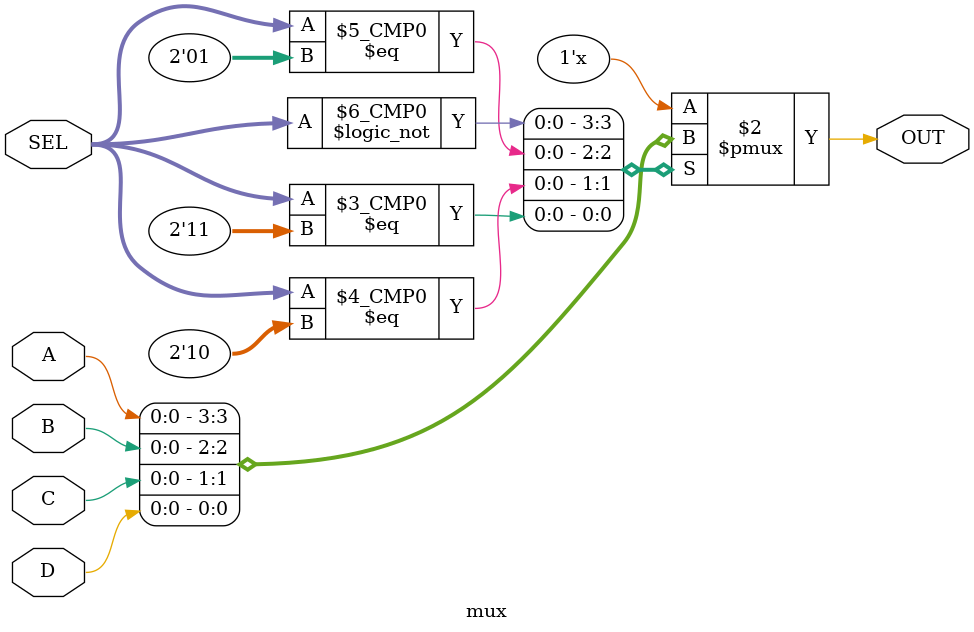
<source format=v>
/*
    4 x 1 Mux Behaviorial level
    A 4x1 Mux at this level needs an always block and its recommended to use a case block

*/
`timescale 1ns / 1ps
module mux(
    input A,
    input B,
    input C,
    input D,
    input [1:0] SEL,
    output reg OUT
    );
    // Method 1: Case block (Recommended)
    always @(*) begin
    case(SEL)
            2'b00: OUT = A;
            2'b01: OUT = B;
            2'b10: OUT = C;
            2'b11: OUT = D;
        endcase
    end
    // Method 2: using if/else

    /*
        always @(*) begin
        if (SEL == 2'b00)
            OUT = A;
        else if (SEL == 2'b01)
            OUT = B;
        else if (SEL == 2'b10)
            OUT = C;
        else
            OUT = D;
    end */
endmodule
</source>
